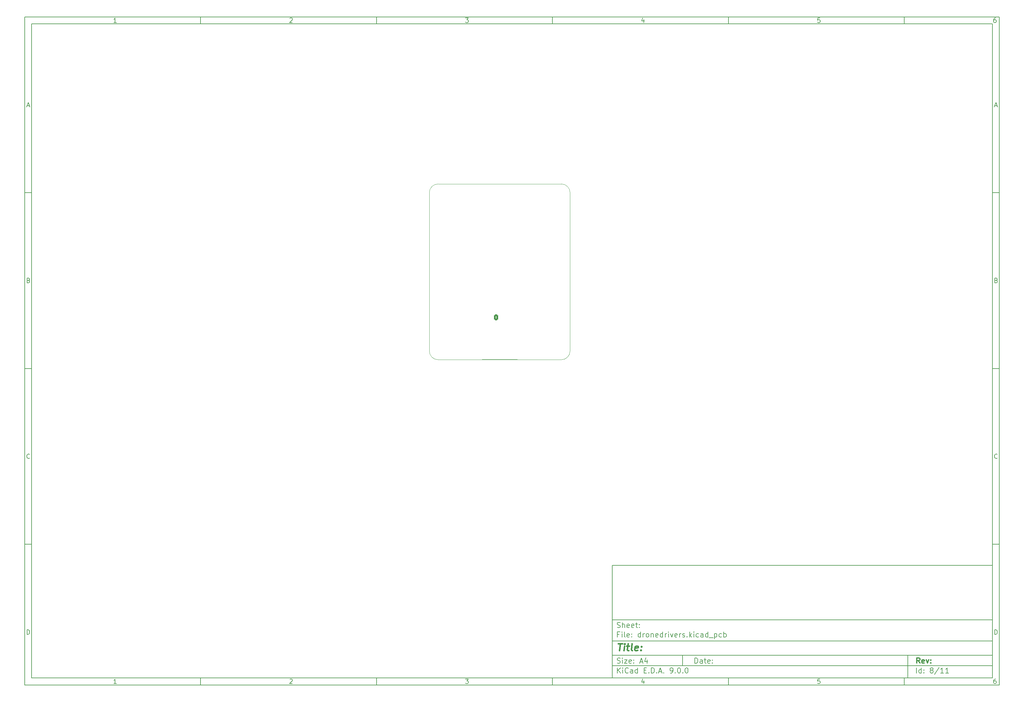
<source format=gbr>
%TF.GenerationSoftware,KiCad,Pcbnew,9.0.0*%
%TF.CreationDate,2025-03-29T01:57:50-05:00*%
%TF.ProjectId,dronedrivers,64726f6e-6564-4726-9976-6572732e6b69,rev?*%
%TF.SameCoordinates,Original*%
%TF.FileFunction,Legend,Bot*%
%TF.FilePolarity,Positive*%
%FSLAX46Y46*%
G04 Gerber Fmt 4.6, Leading zero omitted, Abs format (unit mm)*
G04 Created by KiCad (PCBNEW 9.0.0) date 2025-03-29 01:57:50*
%MOMM*%
%LPD*%
G01*
G04 APERTURE LIST*
G04 Aperture macros list*
%AMRoundRect*
0 Rectangle with rounded corners*
0 $1 Rounding radius*
0 $2 $3 $4 $5 $6 $7 $8 $9 X,Y pos of 4 corners*
0 Add a 4 corners polygon primitive as box body*
4,1,4,$2,$3,$4,$5,$6,$7,$8,$9,$2,$3,0*
0 Add four circle primitives for the rounded corners*
1,1,$1+$1,$2,$3*
1,1,$1+$1,$4,$5*
1,1,$1+$1,$6,$7*
1,1,$1+$1,$8,$9*
0 Add four rect primitives between the rounded corners*
20,1,$1+$1,$2,$3,$4,$5,0*
20,1,$1+$1,$4,$5,$6,$7,0*
20,1,$1+$1,$6,$7,$8,$9,0*
20,1,$1+$1,$8,$9,$2,$3,0*%
G04 Aperture macros list end*
%ADD10C,0.100000*%
%ADD11C,0.150000*%
%ADD12C,0.300000*%
%ADD13C,0.400000*%
%ADD14O,1.000000X1.800000*%
%ADD15O,1.000000X2.100000*%
%ADD16C,0.650000*%
%ADD17C,2.100000*%
%ADD18R,1.700000X1.700000*%
%ADD19O,1.700000X1.700000*%
%ADD20O,1.200000X1.750000*%
%ADD21RoundRect,0.250000X-0.350000X-0.625000X0.350000X-0.625000X0.350000X0.625000X-0.350000X0.625000X0*%
%TA.AperFunction,Profile*%
%ADD22C,0.050000*%
%TD*%
G04 APERTURE END LIST*
D10*
D11*
X177002200Y-166007200D02*
X285002200Y-166007200D01*
X285002200Y-198007200D01*
X177002200Y-198007200D01*
X177002200Y-166007200D01*
D10*
D11*
X10000000Y-10000000D02*
X287002200Y-10000000D01*
X287002200Y-200007200D01*
X10000000Y-200007200D01*
X10000000Y-10000000D01*
D10*
D11*
X12000000Y-12000000D02*
X285002200Y-12000000D01*
X285002200Y-198007200D01*
X12000000Y-198007200D01*
X12000000Y-12000000D01*
D10*
D11*
X60000000Y-12000000D02*
X60000000Y-10000000D01*
D10*
D11*
X110000000Y-12000000D02*
X110000000Y-10000000D01*
D10*
D11*
X160000000Y-12000000D02*
X160000000Y-10000000D01*
D10*
D11*
X210000000Y-12000000D02*
X210000000Y-10000000D01*
D10*
D11*
X260000000Y-12000000D02*
X260000000Y-10000000D01*
D10*
D11*
X36089160Y-11593604D02*
X35346303Y-11593604D01*
X35717731Y-11593604D02*
X35717731Y-10293604D01*
X35717731Y-10293604D02*
X35593922Y-10479319D01*
X35593922Y-10479319D02*
X35470112Y-10603128D01*
X35470112Y-10603128D02*
X35346303Y-10665033D01*
D10*
D11*
X85346303Y-10417414D02*
X85408207Y-10355509D01*
X85408207Y-10355509D02*
X85532017Y-10293604D01*
X85532017Y-10293604D02*
X85841541Y-10293604D01*
X85841541Y-10293604D02*
X85965350Y-10355509D01*
X85965350Y-10355509D02*
X86027255Y-10417414D01*
X86027255Y-10417414D02*
X86089160Y-10541223D01*
X86089160Y-10541223D02*
X86089160Y-10665033D01*
X86089160Y-10665033D02*
X86027255Y-10850747D01*
X86027255Y-10850747D02*
X85284398Y-11593604D01*
X85284398Y-11593604D02*
X86089160Y-11593604D01*
D10*
D11*
X135284398Y-10293604D02*
X136089160Y-10293604D01*
X136089160Y-10293604D02*
X135655826Y-10788842D01*
X135655826Y-10788842D02*
X135841541Y-10788842D01*
X135841541Y-10788842D02*
X135965350Y-10850747D01*
X135965350Y-10850747D02*
X136027255Y-10912652D01*
X136027255Y-10912652D02*
X136089160Y-11036461D01*
X136089160Y-11036461D02*
X136089160Y-11345985D01*
X136089160Y-11345985D02*
X136027255Y-11469795D01*
X136027255Y-11469795D02*
X135965350Y-11531700D01*
X135965350Y-11531700D02*
X135841541Y-11593604D01*
X135841541Y-11593604D02*
X135470112Y-11593604D01*
X135470112Y-11593604D02*
X135346303Y-11531700D01*
X135346303Y-11531700D02*
X135284398Y-11469795D01*
D10*
D11*
X185965350Y-10726938D02*
X185965350Y-11593604D01*
X185655826Y-10231700D02*
X185346303Y-11160271D01*
X185346303Y-11160271D02*
X186151064Y-11160271D01*
D10*
D11*
X236027255Y-10293604D02*
X235408207Y-10293604D01*
X235408207Y-10293604D02*
X235346303Y-10912652D01*
X235346303Y-10912652D02*
X235408207Y-10850747D01*
X235408207Y-10850747D02*
X235532017Y-10788842D01*
X235532017Y-10788842D02*
X235841541Y-10788842D01*
X235841541Y-10788842D02*
X235965350Y-10850747D01*
X235965350Y-10850747D02*
X236027255Y-10912652D01*
X236027255Y-10912652D02*
X236089160Y-11036461D01*
X236089160Y-11036461D02*
X236089160Y-11345985D01*
X236089160Y-11345985D02*
X236027255Y-11469795D01*
X236027255Y-11469795D02*
X235965350Y-11531700D01*
X235965350Y-11531700D02*
X235841541Y-11593604D01*
X235841541Y-11593604D02*
X235532017Y-11593604D01*
X235532017Y-11593604D02*
X235408207Y-11531700D01*
X235408207Y-11531700D02*
X235346303Y-11469795D01*
D10*
D11*
X285965350Y-10293604D02*
X285717731Y-10293604D01*
X285717731Y-10293604D02*
X285593922Y-10355509D01*
X285593922Y-10355509D02*
X285532017Y-10417414D01*
X285532017Y-10417414D02*
X285408207Y-10603128D01*
X285408207Y-10603128D02*
X285346303Y-10850747D01*
X285346303Y-10850747D02*
X285346303Y-11345985D01*
X285346303Y-11345985D02*
X285408207Y-11469795D01*
X285408207Y-11469795D02*
X285470112Y-11531700D01*
X285470112Y-11531700D02*
X285593922Y-11593604D01*
X285593922Y-11593604D02*
X285841541Y-11593604D01*
X285841541Y-11593604D02*
X285965350Y-11531700D01*
X285965350Y-11531700D02*
X286027255Y-11469795D01*
X286027255Y-11469795D02*
X286089160Y-11345985D01*
X286089160Y-11345985D02*
X286089160Y-11036461D01*
X286089160Y-11036461D02*
X286027255Y-10912652D01*
X286027255Y-10912652D02*
X285965350Y-10850747D01*
X285965350Y-10850747D02*
X285841541Y-10788842D01*
X285841541Y-10788842D02*
X285593922Y-10788842D01*
X285593922Y-10788842D02*
X285470112Y-10850747D01*
X285470112Y-10850747D02*
X285408207Y-10912652D01*
X285408207Y-10912652D02*
X285346303Y-11036461D01*
D10*
D11*
X60000000Y-198007200D02*
X60000000Y-200007200D01*
D10*
D11*
X110000000Y-198007200D02*
X110000000Y-200007200D01*
D10*
D11*
X160000000Y-198007200D02*
X160000000Y-200007200D01*
D10*
D11*
X210000000Y-198007200D02*
X210000000Y-200007200D01*
D10*
D11*
X260000000Y-198007200D02*
X260000000Y-200007200D01*
D10*
D11*
X36089160Y-199600804D02*
X35346303Y-199600804D01*
X35717731Y-199600804D02*
X35717731Y-198300804D01*
X35717731Y-198300804D02*
X35593922Y-198486519D01*
X35593922Y-198486519D02*
X35470112Y-198610328D01*
X35470112Y-198610328D02*
X35346303Y-198672233D01*
D10*
D11*
X85346303Y-198424614D02*
X85408207Y-198362709D01*
X85408207Y-198362709D02*
X85532017Y-198300804D01*
X85532017Y-198300804D02*
X85841541Y-198300804D01*
X85841541Y-198300804D02*
X85965350Y-198362709D01*
X85965350Y-198362709D02*
X86027255Y-198424614D01*
X86027255Y-198424614D02*
X86089160Y-198548423D01*
X86089160Y-198548423D02*
X86089160Y-198672233D01*
X86089160Y-198672233D02*
X86027255Y-198857947D01*
X86027255Y-198857947D02*
X85284398Y-199600804D01*
X85284398Y-199600804D02*
X86089160Y-199600804D01*
D10*
D11*
X135284398Y-198300804D02*
X136089160Y-198300804D01*
X136089160Y-198300804D02*
X135655826Y-198796042D01*
X135655826Y-198796042D02*
X135841541Y-198796042D01*
X135841541Y-198796042D02*
X135965350Y-198857947D01*
X135965350Y-198857947D02*
X136027255Y-198919852D01*
X136027255Y-198919852D02*
X136089160Y-199043661D01*
X136089160Y-199043661D02*
X136089160Y-199353185D01*
X136089160Y-199353185D02*
X136027255Y-199476995D01*
X136027255Y-199476995D02*
X135965350Y-199538900D01*
X135965350Y-199538900D02*
X135841541Y-199600804D01*
X135841541Y-199600804D02*
X135470112Y-199600804D01*
X135470112Y-199600804D02*
X135346303Y-199538900D01*
X135346303Y-199538900D02*
X135284398Y-199476995D01*
D10*
D11*
X185965350Y-198734138D02*
X185965350Y-199600804D01*
X185655826Y-198238900D02*
X185346303Y-199167471D01*
X185346303Y-199167471D02*
X186151064Y-199167471D01*
D10*
D11*
X236027255Y-198300804D02*
X235408207Y-198300804D01*
X235408207Y-198300804D02*
X235346303Y-198919852D01*
X235346303Y-198919852D02*
X235408207Y-198857947D01*
X235408207Y-198857947D02*
X235532017Y-198796042D01*
X235532017Y-198796042D02*
X235841541Y-198796042D01*
X235841541Y-198796042D02*
X235965350Y-198857947D01*
X235965350Y-198857947D02*
X236027255Y-198919852D01*
X236027255Y-198919852D02*
X236089160Y-199043661D01*
X236089160Y-199043661D02*
X236089160Y-199353185D01*
X236089160Y-199353185D02*
X236027255Y-199476995D01*
X236027255Y-199476995D02*
X235965350Y-199538900D01*
X235965350Y-199538900D02*
X235841541Y-199600804D01*
X235841541Y-199600804D02*
X235532017Y-199600804D01*
X235532017Y-199600804D02*
X235408207Y-199538900D01*
X235408207Y-199538900D02*
X235346303Y-199476995D01*
D10*
D11*
X285965350Y-198300804D02*
X285717731Y-198300804D01*
X285717731Y-198300804D02*
X285593922Y-198362709D01*
X285593922Y-198362709D02*
X285532017Y-198424614D01*
X285532017Y-198424614D02*
X285408207Y-198610328D01*
X285408207Y-198610328D02*
X285346303Y-198857947D01*
X285346303Y-198857947D02*
X285346303Y-199353185D01*
X285346303Y-199353185D02*
X285408207Y-199476995D01*
X285408207Y-199476995D02*
X285470112Y-199538900D01*
X285470112Y-199538900D02*
X285593922Y-199600804D01*
X285593922Y-199600804D02*
X285841541Y-199600804D01*
X285841541Y-199600804D02*
X285965350Y-199538900D01*
X285965350Y-199538900D02*
X286027255Y-199476995D01*
X286027255Y-199476995D02*
X286089160Y-199353185D01*
X286089160Y-199353185D02*
X286089160Y-199043661D01*
X286089160Y-199043661D02*
X286027255Y-198919852D01*
X286027255Y-198919852D02*
X285965350Y-198857947D01*
X285965350Y-198857947D02*
X285841541Y-198796042D01*
X285841541Y-198796042D02*
X285593922Y-198796042D01*
X285593922Y-198796042D02*
X285470112Y-198857947D01*
X285470112Y-198857947D02*
X285408207Y-198919852D01*
X285408207Y-198919852D02*
X285346303Y-199043661D01*
D10*
D11*
X10000000Y-60000000D02*
X12000000Y-60000000D01*
D10*
D11*
X10000000Y-110000000D02*
X12000000Y-110000000D01*
D10*
D11*
X10000000Y-160000000D02*
X12000000Y-160000000D01*
D10*
D11*
X10690476Y-35222176D02*
X11309523Y-35222176D01*
X10566666Y-35593604D02*
X10999999Y-34293604D01*
X10999999Y-34293604D02*
X11433333Y-35593604D01*
D10*
D11*
X11092857Y-84912652D02*
X11278571Y-84974557D01*
X11278571Y-84974557D02*
X11340476Y-85036461D01*
X11340476Y-85036461D02*
X11402380Y-85160271D01*
X11402380Y-85160271D02*
X11402380Y-85345985D01*
X11402380Y-85345985D02*
X11340476Y-85469795D01*
X11340476Y-85469795D02*
X11278571Y-85531700D01*
X11278571Y-85531700D02*
X11154761Y-85593604D01*
X11154761Y-85593604D02*
X10659523Y-85593604D01*
X10659523Y-85593604D02*
X10659523Y-84293604D01*
X10659523Y-84293604D02*
X11092857Y-84293604D01*
X11092857Y-84293604D02*
X11216666Y-84355509D01*
X11216666Y-84355509D02*
X11278571Y-84417414D01*
X11278571Y-84417414D02*
X11340476Y-84541223D01*
X11340476Y-84541223D02*
X11340476Y-84665033D01*
X11340476Y-84665033D02*
X11278571Y-84788842D01*
X11278571Y-84788842D02*
X11216666Y-84850747D01*
X11216666Y-84850747D02*
X11092857Y-84912652D01*
X11092857Y-84912652D02*
X10659523Y-84912652D01*
D10*
D11*
X11402380Y-135469795D02*
X11340476Y-135531700D01*
X11340476Y-135531700D02*
X11154761Y-135593604D01*
X11154761Y-135593604D02*
X11030952Y-135593604D01*
X11030952Y-135593604D02*
X10845238Y-135531700D01*
X10845238Y-135531700D02*
X10721428Y-135407890D01*
X10721428Y-135407890D02*
X10659523Y-135284080D01*
X10659523Y-135284080D02*
X10597619Y-135036461D01*
X10597619Y-135036461D02*
X10597619Y-134850747D01*
X10597619Y-134850747D02*
X10659523Y-134603128D01*
X10659523Y-134603128D02*
X10721428Y-134479319D01*
X10721428Y-134479319D02*
X10845238Y-134355509D01*
X10845238Y-134355509D02*
X11030952Y-134293604D01*
X11030952Y-134293604D02*
X11154761Y-134293604D01*
X11154761Y-134293604D02*
X11340476Y-134355509D01*
X11340476Y-134355509D02*
X11402380Y-134417414D01*
D10*
D11*
X10659523Y-185593604D02*
X10659523Y-184293604D01*
X10659523Y-184293604D02*
X10969047Y-184293604D01*
X10969047Y-184293604D02*
X11154761Y-184355509D01*
X11154761Y-184355509D02*
X11278571Y-184479319D01*
X11278571Y-184479319D02*
X11340476Y-184603128D01*
X11340476Y-184603128D02*
X11402380Y-184850747D01*
X11402380Y-184850747D02*
X11402380Y-185036461D01*
X11402380Y-185036461D02*
X11340476Y-185284080D01*
X11340476Y-185284080D02*
X11278571Y-185407890D01*
X11278571Y-185407890D02*
X11154761Y-185531700D01*
X11154761Y-185531700D02*
X10969047Y-185593604D01*
X10969047Y-185593604D02*
X10659523Y-185593604D01*
D10*
D11*
X287002200Y-60000000D02*
X285002200Y-60000000D01*
D10*
D11*
X287002200Y-110000000D02*
X285002200Y-110000000D01*
D10*
D11*
X287002200Y-160000000D02*
X285002200Y-160000000D01*
D10*
D11*
X285692676Y-35222176D02*
X286311723Y-35222176D01*
X285568866Y-35593604D02*
X286002199Y-34293604D01*
X286002199Y-34293604D02*
X286435533Y-35593604D01*
D10*
D11*
X286095057Y-84912652D02*
X286280771Y-84974557D01*
X286280771Y-84974557D02*
X286342676Y-85036461D01*
X286342676Y-85036461D02*
X286404580Y-85160271D01*
X286404580Y-85160271D02*
X286404580Y-85345985D01*
X286404580Y-85345985D02*
X286342676Y-85469795D01*
X286342676Y-85469795D02*
X286280771Y-85531700D01*
X286280771Y-85531700D02*
X286156961Y-85593604D01*
X286156961Y-85593604D02*
X285661723Y-85593604D01*
X285661723Y-85593604D02*
X285661723Y-84293604D01*
X285661723Y-84293604D02*
X286095057Y-84293604D01*
X286095057Y-84293604D02*
X286218866Y-84355509D01*
X286218866Y-84355509D02*
X286280771Y-84417414D01*
X286280771Y-84417414D02*
X286342676Y-84541223D01*
X286342676Y-84541223D02*
X286342676Y-84665033D01*
X286342676Y-84665033D02*
X286280771Y-84788842D01*
X286280771Y-84788842D02*
X286218866Y-84850747D01*
X286218866Y-84850747D02*
X286095057Y-84912652D01*
X286095057Y-84912652D02*
X285661723Y-84912652D01*
D10*
D11*
X286404580Y-135469795D02*
X286342676Y-135531700D01*
X286342676Y-135531700D02*
X286156961Y-135593604D01*
X286156961Y-135593604D02*
X286033152Y-135593604D01*
X286033152Y-135593604D02*
X285847438Y-135531700D01*
X285847438Y-135531700D02*
X285723628Y-135407890D01*
X285723628Y-135407890D02*
X285661723Y-135284080D01*
X285661723Y-135284080D02*
X285599819Y-135036461D01*
X285599819Y-135036461D02*
X285599819Y-134850747D01*
X285599819Y-134850747D02*
X285661723Y-134603128D01*
X285661723Y-134603128D02*
X285723628Y-134479319D01*
X285723628Y-134479319D02*
X285847438Y-134355509D01*
X285847438Y-134355509D02*
X286033152Y-134293604D01*
X286033152Y-134293604D02*
X286156961Y-134293604D01*
X286156961Y-134293604D02*
X286342676Y-134355509D01*
X286342676Y-134355509D02*
X286404580Y-134417414D01*
D10*
D11*
X285661723Y-185593604D02*
X285661723Y-184293604D01*
X285661723Y-184293604D02*
X285971247Y-184293604D01*
X285971247Y-184293604D02*
X286156961Y-184355509D01*
X286156961Y-184355509D02*
X286280771Y-184479319D01*
X286280771Y-184479319D02*
X286342676Y-184603128D01*
X286342676Y-184603128D02*
X286404580Y-184850747D01*
X286404580Y-184850747D02*
X286404580Y-185036461D01*
X286404580Y-185036461D02*
X286342676Y-185284080D01*
X286342676Y-185284080D02*
X286280771Y-185407890D01*
X286280771Y-185407890D02*
X286156961Y-185531700D01*
X286156961Y-185531700D02*
X285971247Y-185593604D01*
X285971247Y-185593604D02*
X285661723Y-185593604D01*
D10*
D11*
X200458026Y-193793328D02*
X200458026Y-192293328D01*
X200458026Y-192293328D02*
X200815169Y-192293328D01*
X200815169Y-192293328D02*
X201029455Y-192364757D01*
X201029455Y-192364757D02*
X201172312Y-192507614D01*
X201172312Y-192507614D02*
X201243741Y-192650471D01*
X201243741Y-192650471D02*
X201315169Y-192936185D01*
X201315169Y-192936185D02*
X201315169Y-193150471D01*
X201315169Y-193150471D02*
X201243741Y-193436185D01*
X201243741Y-193436185D02*
X201172312Y-193579042D01*
X201172312Y-193579042D02*
X201029455Y-193721900D01*
X201029455Y-193721900D02*
X200815169Y-193793328D01*
X200815169Y-193793328D02*
X200458026Y-193793328D01*
X202600884Y-193793328D02*
X202600884Y-193007614D01*
X202600884Y-193007614D02*
X202529455Y-192864757D01*
X202529455Y-192864757D02*
X202386598Y-192793328D01*
X202386598Y-192793328D02*
X202100884Y-192793328D01*
X202100884Y-192793328D02*
X201958026Y-192864757D01*
X202600884Y-193721900D02*
X202458026Y-193793328D01*
X202458026Y-193793328D02*
X202100884Y-193793328D01*
X202100884Y-193793328D02*
X201958026Y-193721900D01*
X201958026Y-193721900D02*
X201886598Y-193579042D01*
X201886598Y-193579042D02*
X201886598Y-193436185D01*
X201886598Y-193436185D02*
X201958026Y-193293328D01*
X201958026Y-193293328D02*
X202100884Y-193221900D01*
X202100884Y-193221900D02*
X202458026Y-193221900D01*
X202458026Y-193221900D02*
X202600884Y-193150471D01*
X203100884Y-192793328D02*
X203672312Y-192793328D01*
X203315169Y-192293328D02*
X203315169Y-193579042D01*
X203315169Y-193579042D02*
X203386598Y-193721900D01*
X203386598Y-193721900D02*
X203529455Y-193793328D01*
X203529455Y-193793328D02*
X203672312Y-193793328D01*
X204743741Y-193721900D02*
X204600884Y-193793328D01*
X204600884Y-193793328D02*
X204315170Y-193793328D01*
X204315170Y-193793328D02*
X204172312Y-193721900D01*
X204172312Y-193721900D02*
X204100884Y-193579042D01*
X204100884Y-193579042D02*
X204100884Y-193007614D01*
X204100884Y-193007614D02*
X204172312Y-192864757D01*
X204172312Y-192864757D02*
X204315170Y-192793328D01*
X204315170Y-192793328D02*
X204600884Y-192793328D01*
X204600884Y-192793328D02*
X204743741Y-192864757D01*
X204743741Y-192864757D02*
X204815170Y-193007614D01*
X204815170Y-193007614D02*
X204815170Y-193150471D01*
X204815170Y-193150471D02*
X204100884Y-193293328D01*
X205458026Y-193650471D02*
X205529455Y-193721900D01*
X205529455Y-193721900D02*
X205458026Y-193793328D01*
X205458026Y-193793328D02*
X205386598Y-193721900D01*
X205386598Y-193721900D02*
X205458026Y-193650471D01*
X205458026Y-193650471D02*
X205458026Y-193793328D01*
X205458026Y-192864757D02*
X205529455Y-192936185D01*
X205529455Y-192936185D02*
X205458026Y-193007614D01*
X205458026Y-193007614D02*
X205386598Y-192936185D01*
X205386598Y-192936185D02*
X205458026Y-192864757D01*
X205458026Y-192864757D02*
X205458026Y-193007614D01*
D10*
D11*
X177002200Y-194507200D02*
X285002200Y-194507200D01*
D10*
D11*
X178458026Y-196593328D02*
X178458026Y-195093328D01*
X179315169Y-196593328D02*
X178672312Y-195736185D01*
X179315169Y-195093328D02*
X178458026Y-195950471D01*
X179958026Y-196593328D02*
X179958026Y-195593328D01*
X179958026Y-195093328D02*
X179886598Y-195164757D01*
X179886598Y-195164757D02*
X179958026Y-195236185D01*
X179958026Y-195236185D02*
X180029455Y-195164757D01*
X180029455Y-195164757D02*
X179958026Y-195093328D01*
X179958026Y-195093328D02*
X179958026Y-195236185D01*
X181529455Y-196450471D02*
X181458027Y-196521900D01*
X181458027Y-196521900D02*
X181243741Y-196593328D01*
X181243741Y-196593328D02*
X181100884Y-196593328D01*
X181100884Y-196593328D02*
X180886598Y-196521900D01*
X180886598Y-196521900D02*
X180743741Y-196379042D01*
X180743741Y-196379042D02*
X180672312Y-196236185D01*
X180672312Y-196236185D02*
X180600884Y-195950471D01*
X180600884Y-195950471D02*
X180600884Y-195736185D01*
X180600884Y-195736185D02*
X180672312Y-195450471D01*
X180672312Y-195450471D02*
X180743741Y-195307614D01*
X180743741Y-195307614D02*
X180886598Y-195164757D01*
X180886598Y-195164757D02*
X181100884Y-195093328D01*
X181100884Y-195093328D02*
X181243741Y-195093328D01*
X181243741Y-195093328D02*
X181458027Y-195164757D01*
X181458027Y-195164757D02*
X181529455Y-195236185D01*
X182815170Y-196593328D02*
X182815170Y-195807614D01*
X182815170Y-195807614D02*
X182743741Y-195664757D01*
X182743741Y-195664757D02*
X182600884Y-195593328D01*
X182600884Y-195593328D02*
X182315170Y-195593328D01*
X182315170Y-195593328D02*
X182172312Y-195664757D01*
X182815170Y-196521900D02*
X182672312Y-196593328D01*
X182672312Y-196593328D02*
X182315170Y-196593328D01*
X182315170Y-196593328D02*
X182172312Y-196521900D01*
X182172312Y-196521900D02*
X182100884Y-196379042D01*
X182100884Y-196379042D02*
X182100884Y-196236185D01*
X182100884Y-196236185D02*
X182172312Y-196093328D01*
X182172312Y-196093328D02*
X182315170Y-196021900D01*
X182315170Y-196021900D02*
X182672312Y-196021900D01*
X182672312Y-196021900D02*
X182815170Y-195950471D01*
X184172313Y-196593328D02*
X184172313Y-195093328D01*
X184172313Y-196521900D02*
X184029455Y-196593328D01*
X184029455Y-196593328D02*
X183743741Y-196593328D01*
X183743741Y-196593328D02*
X183600884Y-196521900D01*
X183600884Y-196521900D02*
X183529455Y-196450471D01*
X183529455Y-196450471D02*
X183458027Y-196307614D01*
X183458027Y-196307614D02*
X183458027Y-195879042D01*
X183458027Y-195879042D02*
X183529455Y-195736185D01*
X183529455Y-195736185D02*
X183600884Y-195664757D01*
X183600884Y-195664757D02*
X183743741Y-195593328D01*
X183743741Y-195593328D02*
X184029455Y-195593328D01*
X184029455Y-195593328D02*
X184172313Y-195664757D01*
X186029455Y-195807614D02*
X186529455Y-195807614D01*
X186743741Y-196593328D02*
X186029455Y-196593328D01*
X186029455Y-196593328D02*
X186029455Y-195093328D01*
X186029455Y-195093328D02*
X186743741Y-195093328D01*
X187386598Y-196450471D02*
X187458027Y-196521900D01*
X187458027Y-196521900D02*
X187386598Y-196593328D01*
X187386598Y-196593328D02*
X187315170Y-196521900D01*
X187315170Y-196521900D02*
X187386598Y-196450471D01*
X187386598Y-196450471D02*
X187386598Y-196593328D01*
X188100884Y-196593328D02*
X188100884Y-195093328D01*
X188100884Y-195093328D02*
X188458027Y-195093328D01*
X188458027Y-195093328D02*
X188672313Y-195164757D01*
X188672313Y-195164757D02*
X188815170Y-195307614D01*
X188815170Y-195307614D02*
X188886599Y-195450471D01*
X188886599Y-195450471D02*
X188958027Y-195736185D01*
X188958027Y-195736185D02*
X188958027Y-195950471D01*
X188958027Y-195950471D02*
X188886599Y-196236185D01*
X188886599Y-196236185D02*
X188815170Y-196379042D01*
X188815170Y-196379042D02*
X188672313Y-196521900D01*
X188672313Y-196521900D02*
X188458027Y-196593328D01*
X188458027Y-196593328D02*
X188100884Y-196593328D01*
X189600884Y-196450471D02*
X189672313Y-196521900D01*
X189672313Y-196521900D02*
X189600884Y-196593328D01*
X189600884Y-196593328D02*
X189529456Y-196521900D01*
X189529456Y-196521900D02*
X189600884Y-196450471D01*
X189600884Y-196450471D02*
X189600884Y-196593328D01*
X190243742Y-196164757D02*
X190958028Y-196164757D01*
X190100885Y-196593328D02*
X190600885Y-195093328D01*
X190600885Y-195093328D02*
X191100885Y-196593328D01*
X191600884Y-196450471D02*
X191672313Y-196521900D01*
X191672313Y-196521900D02*
X191600884Y-196593328D01*
X191600884Y-196593328D02*
X191529456Y-196521900D01*
X191529456Y-196521900D02*
X191600884Y-196450471D01*
X191600884Y-196450471D02*
X191600884Y-196593328D01*
X193529456Y-196593328D02*
X193815170Y-196593328D01*
X193815170Y-196593328D02*
X193958027Y-196521900D01*
X193958027Y-196521900D02*
X194029456Y-196450471D01*
X194029456Y-196450471D02*
X194172313Y-196236185D01*
X194172313Y-196236185D02*
X194243742Y-195950471D01*
X194243742Y-195950471D02*
X194243742Y-195379042D01*
X194243742Y-195379042D02*
X194172313Y-195236185D01*
X194172313Y-195236185D02*
X194100885Y-195164757D01*
X194100885Y-195164757D02*
X193958027Y-195093328D01*
X193958027Y-195093328D02*
X193672313Y-195093328D01*
X193672313Y-195093328D02*
X193529456Y-195164757D01*
X193529456Y-195164757D02*
X193458027Y-195236185D01*
X193458027Y-195236185D02*
X193386599Y-195379042D01*
X193386599Y-195379042D02*
X193386599Y-195736185D01*
X193386599Y-195736185D02*
X193458027Y-195879042D01*
X193458027Y-195879042D02*
X193529456Y-195950471D01*
X193529456Y-195950471D02*
X193672313Y-196021900D01*
X193672313Y-196021900D02*
X193958027Y-196021900D01*
X193958027Y-196021900D02*
X194100885Y-195950471D01*
X194100885Y-195950471D02*
X194172313Y-195879042D01*
X194172313Y-195879042D02*
X194243742Y-195736185D01*
X194886598Y-196450471D02*
X194958027Y-196521900D01*
X194958027Y-196521900D02*
X194886598Y-196593328D01*
X194886598Y-196593328D02*
X194815170Y-196521900D01*
X194815170Y-196521900D02*
X194886598Y-196450471D01*
X194886598Y-196450471D02*
X194886598Y-196593328D01*
X195886599Y-195093328D02*
X196029456Y-195093328D01*
X196029456Y-195093328D02*
X196172313Y-195164757D01*
X196172313Y-195164757D02*
X196243742Y-195236185D01*
X196243742Y-195236185D02*
X196315170Y-195379042D01*
X196315170Y-195379042D02*
X196386599Y-195664757D01*
X196386599Y-195664757D02*
X196386599Y-196021900D01*
X196386599Y-196021900D02*
X196315170Y-196307614D01*
X196315170Y-196307614D02*
X196243742Y-196450471D01*
X196243742Y-196450471D02*
X196172313Y-196521900D01*
X196172313Y-196521900D02*
X196029456Y-196593328D01*
X196029456Y-196593328D02*
X195886599Y-196593328D01*
X195886599Y-196593328D02*
X195743742Y-196521900D01*
X195743742Y-196521900D02*
X195672313Y-196450471D01*
X195672313Y-196450471D02*
X195600884Y-196307614D01*
X195600884Y-196307614D02*
X195529456Y-196021900D01*
X195529456Y-196021900D02*
X195529456Y-195664757D01*
X195529456Y-195664757D02*
X195600884Y-195379042D01*
X195600884Y-195379042D02*
X195672313Y-195236185D01*
X195672313Y-195236185D02*
X195743742Y-195164757D01*
X195743742Y-195164757D02*
X195886599Y-195093328D01*
X197029455Y-196450471D02*
X197100884Y-196521900D01*
X197100884Y-196521900D02*
X197029455Y-196593328D01*
X197029455Y-196593328D02*
X196958027Y-196521900D01*
X196958027Y-196521900D02*
X197029455Y-196450471D01*
X197029455Y-196450471D02*
X197029455Y-196593328D01*
X198029456Y-195093328D02*
X198172313Y-195093328D01*
X198172313Y-195093328D02*
X198315170Y-195164757D01*
X198315170Y-195164757D02*
X198386599Y-195236185D01*
X198386599Y-195236185D02*
X198458027Y-195379042D01*
X198458027Y-195379042D02*
X198529456Y-195664757D01*
X198529456Y-195664757D02*
X198529456Y-196021900D01*
X198529456Y-196021900D02*
X198458027Y-196307614D01*
X198458027Y-196307614D02*
X198386599Y-196450471D01*
X198386599Y-196450471D02*
X198315170Y-196521900D01*
X198315170Y-196521900D02*
X198172313Y-196593328D01*
X198172313Y-196593328D02*
X198029456Y-196593328D01*
X198029456Y-196593328D02*
X197886599Y-196521900D01*
X197886599Y-196521900D02*
X197815170Y-196450471D01*
X197815170Y-196450471D02*
X197743741Y-196307614D01*
X197743741Y-196307614D02*
X197672313Y-196021900D01*
X197672313Y-196021900D02*
X197672313Y-195664757D01*
X197672313Y-195664757D02*
X197743741Y-195379042D01*
X197743741Y-195379042D02*
X197815170Y-195236185D01*
X197815170Y-195236185D02*
X197886599Y-195164757D01*
X197886599Y-195164757D02*
X198029456Y-195093328D01*
D10*
D11*
X177002200Y-191507200D02*
X285002200Y-191507200D01*
D10*
D12*
X264413853Y-193785528D02*
X263913853Y-193071242D01*
X263556710Y-193785528D02*
X263556710Y-192285528D01*
X263556710Y-192285528D02*
X264128139Y-192285528D01*
X264128139Y-192285528D02*
X264270996Y-192356957D01*
X264270996Y-192356957D02*
X264342425Y-192428385D01*
X264342425Y-192428385D02*
X264413853Y-192571242D01*
X264413853Y-192571242D02*
X264413853Y-192785528D01*
X264413853Y-192785528D02*
X264342425Y-192928385D01*
X264342425Y-192928385D02*
X264270996Y-192999814D01*
X264270996Y-192999814D02*
X264128139Y-193071242D01*
X264128139Y-193071242D02*
X263556710Y-193071242D01*
X265628139Y-193714100D02*
X265485282Y-193785528D01*
X265485282Y-193785528D02*
X265199568Y-193785528D01*
X265199568Y-193785528D02*
X265056710Y-193714100D01*
X265056710Y-193714100D02*
X264985282Y-193571242D01*
X264985282Y-193571242D02*
X264985282Y-192999814D01*
X264985282Y-192999814D02*
X265056710Y-192856957D01*
X265056710Y-192856957D02*
X265199568Y-192785528D01*
X265199568Y-192785528D02*
X265485282Y-192785528D01*
X265485282Y-192785528D02*
X265628139Y-192856957D01*
X265628139Y-192856957D02*
X265699568Y-192999814D01*
X265699568Y-192999814D02*
X265699568Y-193142671D01*
X265699568Y-193142671D02*
X264985282Y-193285528D01*
X266199567Y-192785528D02*
X266556710Y-193785528D01*
X266556710Y-193785528D02*
X266913853Y-192785528D01*
X267485281Y-193642671D02*
X267556710Y-193714100D01*
X267556710Y-193714100D02*
X267485281Y-193785528D01*
X267485281Y-193785528D02*
X267413853Y-193714100D01*
X267413853Y-193714100D02*
X267485281Y-193642671D01*
X267485281Y-193642671D02*
X267485281Y-193785528D01*
X267485281Y-192856957D02*
X267556710Y-192928385D01*
X267556710Y-192928385D02*
X267485281Y-192999814D01*
X267485281Y-192999814D02*
X267413853Y-192928385D01*
X267413853Y-192928385D02*
X267485281Y-192856957D01*
X267485281Y-192856957D02*
X267485281Y-192999814D01*
D10*
D11*
X178386598Y-193721900D02*
X178600884Y-193793328D01*
X178600884Y-193793328D02*
X178958026Y-193793328D01*
X178958026Y-193793328D02*
X179100884Y-193721900D01*
X179100884Y-193721900D02*
X179172312Y-193650471D01*
X179172312Y-193650471D02*
X179243741Y-193507614D01*
X179243741Y-193507614D02*
X179243741Y-193364757D01*
X179243741Y-193364757D02*
X179172312Y-193221900D01*
X179172312Y-193221900D02*
X179100884Y-193150471D01*
X179100884Y-193150471D02*
X178958026Y-193079042D01*
X178958026Y-193079042D02*
X178672312Y-193007614D01*
X178672312Y-193007614D02*
X178529455Y-192936185D01*
X178529455Y-192936185D02*
X178458026Y-192864757D01*
X178458026Y-192864757D02*
X178386598Y-192721900D01*
X178386598Y-192721900D02*
X178386598Y-192579042D01*
X178386598Y-192579042D02*
X178458026Y-192436185D01*
X178458026Y-192436185D02*
X178529455Y-192364757D01*
X178529455Y-192364757D02*
X178672312Y-192293328D01*
X178672312Y-192293328D02*
X179029455Y-192293328D01*
X179029455Y-192293328D02*
X179243741Y-192364757D01*
X179886597Y-193793328D02*
X179886597Y-192793328D01*
X179886597Y-192293328D02*
X179815169Y-192364757D01*
X179815169Y-192364757D02*
X179886597Y-192436185D01*
X179886597Y-192436185D02*
X179958026Y-192364757D01*
X179958026Y-192364757D02*
X179886597Y-192293328D01*
X179886597Y-192293328D02*
X179886597Y-192436185D01*
X180458026Y-192793328D02*
X181243741Y-192793328D01*
X181243741Y-192793328D02*
X180458026Y-193793328D01*
X180458026Y-193793328D02*
X181243741Y-193793328D01*
X182386598Y-193721900D02*
X182243741Y-193793328D01*
X182243741Y-193793328D02*
X181958027Y-193793328D01*
X181958027Y-193793328D02*
X181815169Y-193721900D01*
X181815169Y-193721900D02*
X181743741Y-193579042D01*
X181743741Y-193579042D02*
X181743741Y-193007614D01*
X181743741Y-193007614D02*
X181815169Y-192864757D01*
X181815169Y-192864757D02*
X181958027Y-192793328D01*
X181958027Y-192793328D02*
X182243741Y-192793328D01*
X182243741Y-192793328D02*
X182386598Y-192864757D01*
X182386598Y-192864757D02*
X182458027Y-193007614D01*
X182458027Y-193007614D02*
X182458027Y-193150471D01*
X182458027Y-193150471D02*
X181743741Y-193293328D01*
X183100883Y-193650471D02*
X183172312Y-193721900D01*
X183172312Y-193721900D02*
X183100883Y-193793328D01*
X183100883Y-193793328D02*
X183029455Y-193721900D01*
X183029455Y-193721900D02*
X183100883Y-193650471D01*
X183100883Y-193650471D02*
X183100883Y-193793328D01*
X183100883Y-192864757D02*
X183172312Y-192936185D01*
X183172312Y-192936185D02*
X183100883Y-193007614D01*
X183100883Y-193007614D02*
X183029455Y-192936185D01*
X183029455Y-192936185D02*
X183100883Y-192864757D01*
X183100883Y-192864757D02*
X183100883Y-193007614D01*
X184886598Y-193364757D02*
X185600884Y-193364757D01*
X184743741Y-193793328D02*
X185243741Y-192293328D01*
X185243741Y-192293328D02*
X185743741Y-193793328D01*
X186886598Y-192793328D02*
X186886598Y-193793328D01*
X186529455Y-192221900D02*
X186172312Y-193293328D01*
X186172312Y-193293328D02*
X187100883Y-193293328D01*
D10*
D11*
X263458026Y-196593328D02*
X263458026Y-195093328D01*
X264815170Y-196593328D02*
X264815170Y-195093328D01*
X264815170Y-196521900D02*
X264672312Y-196593328D01*
X264672312Y-196593328D02*
X264386598Y-196593328D01*
X264386598Y-196593328D02*
X264243741Y-196521900D01*
X264243741Y-196521900D02*
X264172312Y-196450471D01*
X264172312Y-196450471D02*
X264100884Y-196307614D01*
X264100884Y-196307614D02*
X264100884Y-195879042D01*
X264100884Y-195879042D02*
X264172312Y-195736185D01*
X264172312Y-195736185D02*
X264243741Y-195664757D01*
X264243741Y-195664757D02*
X264386598Y-195593328D01*
X264386598Y-195593328D02*
X264672312Y-195593328D01*
X264672312Y-195593328D02*
X264815170Y-195664757D01*
X265529455Y-196450471D02*
X265600884Y-196521900D01*
X265600884Y-196521900D02*
X265529455Y-196593328D01*
X265529455Y-196593328D02*
X265458027Y-196521900D01*
X265458027Y-196521900D02*
X265529455Y-196450471D01*
X265529455Y-196450471D02*
X265529455Y-196593328D01*
X265529455Y-195664757D02*
X265600884Y-195736185D01*
X265600884Y-195736185D02*
X265529455Y-195807614D01*
X265529455Y-195807614D02*
X265458027Y-195736185D01*
X265458027Y-195736185D02*
X265529455Y-195664757D01*
X265529455Y-195664757D02*
X265529455Y-195807614D01*
X267600884Y-195736185D02*
X267458027Y-195664757D01*
X267458027Y-195664757D02*
X267386598Y-195593328D01*
X267386598Y-195593328D02*
X267315170Y-195450471D01*
X267315170Y-195450471D02*
X267315170Y-195379042D01*
X267315170Y-195379042D02*
X267386598Y-195236185D01*
X267386598Y-195236185D02*
X267458027Y-195164757D01*
X267458027Y-195164757D02*
X267600884Y-195093328D01*
X267600884Y-195093328D02*
X267886598Y-195093328D01*
X267886598Y-195093328D02*
X268029456Y-195164757D01*
X268029456Y-195164757D02*
X268100884Y-195236185D01*
X268100884Y-195236185D02*
X268172313Y-195379042D01*
X268172313Y-195379042D02*
X268172313Y-195450471D01*
X268172313Y-195450471D02*
X268100884Y-195593328D01*
X268100884Y-195593328D02*
X268029456Y-195664757D01*
X268029456Y-195664757D02*
X267886598Y-195736185D01*
X267886598Y-195736185D02*
X267600884Y-195736185D01*
X267600884Y-195736185D02*
X267458027Y-195807614D01*
X267458027Y-195807614D02*
X267386598Y-195879042D01*
X267386598Y-195879042D02*
X267315170Y-196021900D01*
X267315170Y-196021900D02*
X267315170Y-196307614D01*
X267315170Y-196307614D02*
X267386598Y-196450471D01*
X267386598Y-196450471D02*
X267458027Y-196521900D01*
X267458027Y-196521900D02*
X267600884Y-196593328D01*
X267600884Y-196593328D02*
X267886598Y-196593328D01*
X267886598Y-196593328D02*
X268029456Y-196521900D01*
X268029456Y-196521900D02*
X268100884Y-196450471D01*
X268100884Y-196450471D02*
X268172313Y-196307614D01*
X268172313Y-196307614D02*
X268172313Y-196021900D01*
X268172313Y-196021900D02*
X268100884Y-195879042D01*
X268100884Y-195879042D02*
X268029456Y-195807614D01*
X268029456Y-195807614D02*
X267886598Y-195736185D01*
X269886598Y-195021900D02*
X268600884Y-196950471D01*
X271172313Y-196593328D02*
X270315170Y-196593328D01*
X270743741Y-196593328D02*
X270743741Y-195093328D01*
X270743741Y-195093328D02*
X270600884Y-195307614D01*
X270600884Y-195307614D02*
X270458027Y-195450471D01*
X270458027Y-195450471D02*
X270315170Y-195521900D01*
X272600884Y-196593328D02*
X271743741Y-196593328D01*
X272172312Y-196593328D02*
X272172312Y-195093328D01*
X272172312Y-195093328D02*
X272029455Y-195307614D01*
X272029455Y-195307614D02*
X271886598Y-195450471D01*
X271886598Y-195450471D02*
X271743741Y-195521900D01*
D10*
D11*
X177002200Y-187507200D02*
X285002200Y-187507200D01*
D10*
D13*
X178693928Y-188211638D02*
X179836785Y-188211638D01*
X179015357Y-190211638D02*
X179265357Y-188211638D01*
X180253452Y-190211638D02*
X180420119Y-188878304D01*
X180503452Y-188211638D02*
X180396309Y-188306876D01*
X180396309Y-188306876D02*
X180479643Y-188402114D01*
X180479643Y-188402114D02*
X180586786Y-188306876D01*
X180586786Y-188306876D02*
X180503452Y-188211638D01*
X180503452Y-188211638D02*
X180479643Y-188402114D01*
X181086786Y-188878304D02*
X181848690Y-188878304D01*
X181455833Y-188211638D02*
X181241548Y-189925923D01*
X181241548Y-189925923D02*
X181312976Y-190116400D01*
X181312976Y-190116400D02*
X181491548Y-190211638D01*
X181491548Y-190211638D02*
X181682024Y-190211638D01*
X182634405Y-190211638D02*
X182455833Y-190116400D01*
X182455833Y-190116400D02*
X182384405Y-189925923D01*
X182384405Y-189925923D02*
X182598690Y-188211638D01*
X184170119Y-190116400D02*
X183967738Y-190211638D01*
X183967738Y-190211638D02*
X183586785Y-190211638D01*
X183586785Y-190211638D02*
X183408214Y-190116400D01*
X183408214Y-190116400D02*
X183336785Y-189925923D01*
X183336785Y-189925923D02*
X183432024Y-189164019D01*
X183432024Y-189164019D02*
X183551071Y-188973542D01*
X183551071Y-188973542D02*
X183753452Y-188878304D01*
X183753452Y-188878304D02*
X184134404Y-188878304D01*
X184134404Y-188878304D02*
X184312976Y-188973542D01*
X184312976Y-188973542D02*
X184384404Y-189164019D01*
X184384404Y-189164019D02*
X184360595Y-189354495D01*
X184360595Y-189354495D02*
X183384404Y-189544971D01*
X185134405Y-190021161D02*
X185217738Y-190116400D01*
X185217738Y-190116400D02*
X185110595Y-190211638D01*
X185110595Y-190211638D02*
X185027262Y-190116400D01*
X185027262Y-190116400D02*
X185134405Y-190021161D01*
X185134405Y-190021161D02*
X185110595Y-190211638D01*
X185265357Y-188973542D02*
X185348690Y-189068780D01*
X185348690Y-189068780D02*
X185241548Y-189164019D01*
X185241548Y-189164019D02*
X185158214Y-189068780D01*
X185158214Y-189068780D02*
X185265357Y-188973542D01*
X185265357Y-188973542D02*
X185241548Y-189164019D01*
D10*
D11*
X178958026Y-185607614D02*
X178458026Y-185607614D01*
X178458026Y-186393328D02*
X178458026Y-184893328D01*
X178458026Y-184893328D02*
X179172312Y-184893328D01*
X179743740Y-186393328D02*
X179743740Y-185393328D01*
X179743740Y-184893328D02*
X179672312Y-184964757D01*
X179672312Y-184964757D02*
X179743740Y-185036185D01*
X179743740Y-185036185D02*
X179815169Y-184964757D01*
X179815169Y-184964757D02*
X179743740Y-184893328D01*
X179743740Y-184893328D02*
X179743740Y-185036185D01*
X180672312Y-186393328D02*
X180529455Y-186321900D01*
X180529455Y-186321900D02*
X180458026Y-186179042D01*
X180458026Y-186179042D02*
X180458026Y-184893328D01*
X181815169Y-186321900D02*
X181672312Y-186393328D01*
X181672312Y-186393328D02*
X181386598Y-186393328D01*
X181386598Y-186393328D02*
X181243740Y-186321900D01*
X181243740Y-186321900D02*
X181172312Y-186179042D01*
X181172312Y-186179042D02*
X181172312Y-185607614D01*
X181172312Y-185607614D02*
X181243740Y-185464757D01*
X181243740Y-185464757D02*
X181386598Y-185393328D01*
X181386598Y-185393328D02*
X181672312Y-185393328D01*
X181672312Y-185393328D02*
X181815169Y-185464757D01*
X181815169Y-185464757D02*
X181886598Y-185607614D01*
X181886598Y-185607614D02*
X181886598Y-185750471D01*
X181886598Y-185750471D02*
X181172312Y-185893328D01*
X182529454Y-186250471D02*
X182600883Y-186321900D01*
X182600883Y-186321900D02*
X182529454Y-186393328D01*
X182529454Y-186393328D02*
X182458026Y-186321900D01*
X182458026Y-186321900D02*
X182529454Y-186250471D01*
X182529454Y-186250471D02*
X182529454Y-186393328D01*
X182529454Y-185464757D02*
X182600883Y-185536185D01*
X182600883Y-185536185D02*
X182529454Y-185607614D01*
X182529454Y-185607614D02*
X182458026Y-185536185D01*
X182458026Y-185536185D02*
X182529454Y-185464757D01*
X182529454Y-185464757D02*
X182529454Y-185607614D01*
X185029455Y-186393328D02*
X185029455Y-184893328D01*
X185029455Y-186321900D02*
X184886597Y-186393328D01*
X184886597Y-186393328D02*
X184600883Y-186393328D01*
X184600883Y-186393328D02*
X184458026Y-186321900D01*
X184458026Y-186321900D02*
X184386597Y-186250471D01*
X184386597Y-186250471D02*
X184315169Y-186107614D01*
X184315169Y-186107614D02*
X184315169Y-185679042D01*
X184315169Y-185679042D02*
X184386597Y-185536185D01*
X184386597Y-185536185D02*
X184458026Y-185464757D01*
X184458026Y-185464757D02*
X184600883Y-185393328D01*
X184600883Y-185393328D02*
X184886597Y-185393328D01*
X184886597Y-185393328D02*
X185029455Y-185464757D01*
X185743740Y-186393328D02*
X185743740Y-185393328D01*
X185743740Y-185679042D02*
X185815169Y-185536185D01*
X185815169Y-185536185D02*
X185886598Y-185464757D01*
X185886598Y-185464757D02*
X186029455Y-185393328D01*
X186029455Y-185393328D02*
X186172312Y-185393328D01*
X186886597Y-186393328D02*
X186743740Y-186321900D01*
X186743740Y-186321900D02*
X186672311Y-186250471D01*
X186672311Y-186250471D02*
X186600883Y-186107614D01*
X186600883Y-186107614D02*
X186600883Y-185679042D01*
X186600883Y-185679042D02*
X186672311Y-185536185D01*
X186672311Y-185536185D02*
X186743740Y-185464757D01*
X186743740Y-185464757D02*
X186886597Y-185393328D01*
X186886597Y-185393328D02*
X187100883Y-185393328D01*
X187100883Y-185393328D02*
X187243740Y-185464757D01*
X187243740Y-185464757D02*
X187315169Y-185536185D01*
X187315169Y-185536185D02*
X187386597Y-185679042D01*
X187386597Y-185679042D02*
X187386597Y-186107614D01*
X187386597Y-186107614D02*
X187315169Y-186250471D01*
X187315169Y-186250471D02*
X187243740Y-186321900D01*
X187243740Y-186321900D02*
X187100883Y-186393328D01*
X187100883Y-186393328D02*
X186886597Y-186393328D01*
X188029454Y-185393328D02*
X188029454Y-186393328D01*
X188029454Y-185536185D02*
X188100883Y-185464757D01*
X188100883Y-185464757D02*
X188243740Y-185393328D01*
X188243740Y-185393328D02*
X188458026Y-185393328D01*
X188458026Y-185393328D02*
X188600883Y-185464757D01*
X188600883Y-185464757D02*
X188672312Y-185607614D01*
X188672312Y-185607614D02*
X188672312Y-186393328D01*
X189958026Y-186321900D02*
X189815169Y-186393328D01*
X189815169Y-186393328D02*
X189529455Y-186393328D01*
X189529455Y-186393328D02*
X189386597Y-186321900D01*
X189386597Y-186321900D02*
X189315169Y-186179042D01*
X189315169Y-186179042D02*
X189315169Y-185607614D01*
X189315169Y-185607614D02*
X189386597Y-185464757D01*
X189386597Y-185464757D02*
X189529455Y-185393328D01*
X189529455Y-185393328D02*
X189815169Y-185393328D01*
X189815169Y-185393328D02*
X189958026Y-185464757D01*
X189958026Y-185464757D02*
X190029455Y-185607614D01*
X190029455Y-185607614D02*
X190029455Y-185750471D01*
X190029455Y-185750471D02*
X189315169Y-185893328D01*
X191315169Y-186393328D02*
X191315169Y-184893328D01*
X191315169Y-186321900D02*
X191172311Y-186393328D01*
X191172311Y-186393328D02*
X190886597Y-186393328D01*
X190886597Y-186393328D02*
X190743740Y-186321900D01*
X190743740Y-186321900D02*
X190672311Y-186250471D01*
X190672311Y-186250471D02*
X190600883Y-186107614D01*
X190600883Y-186107614D02*
X190600883Y-185679042D01*
X190600883Y-185679042D02*
X190672311Y-185536185D01*
X190672311Y-185536185D02*
X190743740Y-185464757D01*
X190743740Y-185464757D02*
X190886597Y-185393328D01*
X190886597Y-185393328D02*
X191172311Y-185393328D01*
X191172311Y-185393328D02*
X191315169Y-185464757D01*
X192029454Y-186393328D02*
X192029454Y-185393328D01*
X192029454Y-185679042D02*
X192100883Y-185536185D01*
X192100883Y-185536185D02*
X192172312Y-185464757D01*
X192172312Y-185464757D02*
X192315169Y-185393328D01*
X192315169Y-185393328D02*
X192458026Y-185393328D01*
X192958025Y-186393328D02*
X192958025Y-185393328D01*
X192958025Y-184893328D02*
X192886597Y-184964757D01*
X192886597Y-184964757D02*
X192958025Y-185036185D01*
X192958025Y-185036185D02*
X193029454Y-184964757D01*
X193029454Y-184964757D02*
X192958025Y-184893328D01*
X192958025Y-184893328D02*
X192958025Y-185036185D01*
X193529454Y-185393328D02*
X193886597Y-186393328D01*
X193886597Y-186393328D02*
X194243740Y-185393328D01*
X195386597Y-186321900D02*
X195243740Y-186393328D01*
X195243740Y-186393328D02*
X194958026Y-186393328D01*
X194958026Y-186393328D02*
X194815168Y-186321900D01*
X194815168Y-186321900D02*
X194743740Y-186179042D01*
X194743740Y-186179042D02*
X194743740Y-185607614D01*
X194743740Y-185607614D02*
X194815168Y-185464757D01*
X194815168Y-185464757D02*
X194958026Y-185393328D01*
X194958026Y-185393328D02*
X195243740Y-185393328D01*
X195243740Y-185393328D02*
X195386597Y-185464757D01*
X195386597Y-185464757D02*
X195458026Y-185607614D01*
X195458026Y-185607614D02*
X195458026Y-185750471D01*
X195458026Y-185750471D02*
X194743740Y-185893328D01*
X196100882Y-186393328D02*
X196100882Y-185393328D01*
X196100882Y-185679042D02*
X196172311Y-185536185D01*
X196172311Y-185536185D02*
X196243740Y-185464757D01*
X196243740Y-185464757D02*
X196386597Y-185393328D01*
X196386597Y-185393328D02*
X196529454Y-185393328D01*
X196958025Y-186321900D02*
X197100882Y-186393328D01*
X197100882Y-186393328D02*
X197386596Y-186393328D01*
X197386596Y-186393328D02*
X197529453Y-186321900D01*
X197529453Y-186321900D02*
X197600882Y-186179042D01*
X197600882Y-186179042D02*
X197600882Y-186107614D01*
X197600882Y-186107614D02*
X197529453Y-185964757D01*
X197529453Y-185964757D02*
X197386596Y-185893328D01*
X197386596Y-185893328D02*
X197172311Y-185893328D01*
X197172311Y-185893328D02*
X197029453Y-185821900D01*
X197029453Y-185821900D02*
X196958025Y-185679042D01*
X196958025Y-185679042D02*
X196958025Y-185607614D01*
X196958025Y-185607614D02*
X197029453Y-185464757D01*
X197029453Y-185464757D02*
X197172311Y-185393328D01*
X197172311Y-185393328D02*
X197386596Y-185393328D01*
X197386596Y-185393328D02*
X197529453Y-185464757D01*
X198243739Y-186250471D02*
X198315168Y-186321900D01*
X198315168Y-186321900D02*
X198243739Y-186393328D01*
X198243739Y-186393328D02*
X198172311Y-186321900D01*
X198172311Y-186321900D02*
X198243739Y-186250471D01*
X198243739Y-186250471D02*
X198243739Y-186393328D01*
X198958025Y-186393328D02*
X198958025Y-184893328D01*
X199100883Y-185821900D02*
X199529454Y-186393328D01*
X199529454Y-185393328D02*
X198958025Y-185964757D01*
X200172311Y-186393328D02*
X200172311Y-185393328D01*
X200172311Y-184893328D02*
X200100883Y-184964757D01*
X200100883Y-184964757D02*
X200172311Y-185036185D01*
X200172311Y-185036185D02*
X200243740Y-184964757D01*
X200243740Y-184964757D02*
X200172311Y-184893328D01*
X200172311Y-184893328D02*
X200172311Y-185036185D01*
X201529455Y-186321900D02*
X201386597Y-186393328D01*
X201386597Y-186393328D02*
X201100883Y-186393328D01*
X201100883Y-186393328D02*
X200958026Y-186321900D01*
X200958026Y-186321900D02*
X200886597Y-186250471D01*
X200886597Y-186250471D02*
X200815169Y-186107614D01*
X200815169Y-186107614D02*
X200815169Y-185679042D01*
X200815169Y-185679042D02*
X200886597Y-185536185D01*
X200886597Y-185536185D02*
X200958026Y-185464757D01*
X200958026Y-185464757D02*
X201100883Y-185393328D01*
X201100883Y-185393328D02*
X201386597Y-185393328D01*
X201386597Y-185393328D02*
X201529455Y-185464757D01*
X202815169Y-186393328D02*
X202815169Y-185607614D01*
X202815169Y-185607614D02*
X202743740Y-185464757D01*
X202743740Y-185464757D02*
X202600883Y-185393328D01*
X202600883Y-185393328D02*
X202315169Y-185393328D01*
X202315169Y-185393328D02*
X202172311Y-185464757D01*
X202815169Y-186321900D02*
X202672311Y-186393328D01*
X202672311Y-186393328D02*
X202315169Y-186393328D01*
X202315169Y-186393328D02*
X202172311Y-186321900D01*
X202172311Y-186321900D02*
X202100883Y-186179042D01*
X202100883Y-186179042D02*
X202100883Y-186036185D01*
X202100883Y-186036185D02*
X202172311Y-185893328D01*
X202172311Y-185893328D02*
X202315169Y-185821900D01*
X202315169Y-185821900D02*
X202672311Y-185821900D01*
X202672311Y-185821900D02*
X202815169Y-185750471D01*
X204172312Y-186393328D02*
X204172312Y-184893328D01*
X204172312Y-186321900D02*
X204029454Y-186393328D01*
X204029454Y-186393328D02*
X203743740Y-186393328D01*
X203743740Y-186393328D02*
X203600883Y-186321900D01*
X203600883Y-186321900D02*
X203529454Y-186250471D01*
X203529454Y-186250471D02*
X203458026Y-186107614D01*
X203458026Y-186107614D02*
X203458026Y-185679042D01*
X203458026Y-185679042D02*
X203529454Y-185536185D01*
X203529454Y-185536185D02*
X203600883Y-185464757D01*
X203600883Y-185464757D02*
X203743740Y-185393328D01*
X203743740Y-185393328D02*
X204029454Y-185393328D01*
X204029454Y-185393328D02*
X204172312Y-185464757D01*
X204529455Y-186536185D02*
X205672312Y-186536185D01*
X206029454Y-185393328D02*
X206029454Y-186893328D01*
X206029454Y-185464757D02*
X206172312Y-185393328D01*
X206172312Y-185393328D02*
X206458026Y-185393328D01*
X206458026Y-185393328D02*
X206600883Y-185464757D01*
X206600883Y-185464757D02*
X206672312Y-185536185D01*
X206672312Y-185536185D02*
X206743740Y-185679042D01*
X206743740Y-185679042D02*
X206743740Y-186107614D01*
X206743740Y-186107614D02*
X206672312Y-186250471D01*
X206672312Y-186250471D02*
X206600883Y-186321900D01*
X206600883Y-186321900D02*
X206458026Y-186393328D01*
X206458026Y-186393328D02*
X206172312Y-186393328D01*
X206172312Y-186393328D02*
X206029454Y-186321900D01*
X208029455Y-186321900D02*
X207886597Y-186393328D01*
X207886597Y-186393328D02*
X207600883Y-186393328D01*
X207600883Y-186393328D02*
X207458026Y-186321900D01*
X207458026Y-186321900D02*
X207386597Y-186250471D01*
X207386597Y-186250471D02*
X207315169Y-186107614D01*
X207315169Y-186107614D02*
X207315169Y-185679042D01*
X207315169Y-185679042D02*
X207386597Y-185536185D01*
X207386597Y-185536185D02*
X207458026Y-185464757D01*
X207458026Y-185464757D02*
X207600883Y-185393328D01*
X207600883Y-185393328D02*
X207886597Y-185393328D01*
X207886597Y-185393328D02*
X208029455Y-185464757D01*
X208672311Y-186393328D02*
X208672311Y-184893328D01*
X208672311Y-185464757D02*
X208815169Y-185393328D01*
X208815169Y-185393328D02*
X209100883Y-185393328D01*
X209100883Y-185393328D02*
X209243740Y-185464757D01*
X209243740Y-185464757D02*
X209315169Y-185536185D01*
X209315169Y-185536185D02*
X209386597Y-185679042D01*
X209386597Y-185679042D02*
X209386597Y-186107614D01*
X209386597Y-186107614D02*
X209315169Y-186250471D01*
X209315169Y-186250471D02*
X209243740Y-186321900D01*
X209243740Y-186321900D02*
X209100883Y-186393328D01*
X209100883Y-186393328D02*
X208815169Y-186393328D01*
X208815169Y-186393328D02*
X208672311Y-186321900D01*
D10*
D11*
X177002200Y-181507200D02*
X285002200Y-181507200D01*
D10*
D11*
X178386598Y-183621900D02*
X178600884Y-183693328D01*
X178600884Y-183693328D02*
X178958026Y-183693328D01*
X178958026Y-183693328D02*
X179100884Y-183621900D01*
X179100884Y-183621900D02*
X179172312Y-183550471D01*
X179172312Y-183550471D02*
X179243741Y-183407614D01*
X179243741Y-183407614D02*
X179243741Y-183264757D01*
X179243741Y-183264757D02*
X179172312Y-183121900D01*
X179172312Y-183121900D02*
X179100884Y-183050471D01*
X179100884Y-183050471D02*
X178958026Y-182979042D01*
X178958026Y-182979042D02*
X178672312Y-182907614D01*
X178672312Y-182907614D02*
X178529455Y-182836185D01*
X178529455Y-182836185D02*
X178458026Y-182764757D01*
X178458026Y-182764757D02*
X178386598Y-182621900D01*
X178386598Y-182621900D02*
X178386598Y-182479042D01*
X178386598Y-182479042D02*
X178458026Y-182336185D01*
X178458026Y-182336185D02*
X178529455Y-182264757D01*
X178529455Y-182264757D02*
X178672312Y-182193328D01*
X178672312Y-182193328D02*
X179029455Y-182193328D01*
X179029455Y-182193328D02*
X179243741Y-182264757D01*
X179886597Y-183693328D02*
X179886597Y-182193328D01*
X180529455Y-183693328D02*
X180529455Y-182907614D01*
X180529455Y-182907614D02*
X180458026Y-182764757D01*
X180458026Y-182764757D02*
X180315169Y-182693328D01*
X180315169Y-182693328D02*
X180100883Y-182693328D01*
X180100883Y-182693328D02*
X179958026Y-182764757D01*
X179958026Y-182764757D02*
X179886597Y-182836185D01*
X181815169Y-183621900D02*
X181672312Y-183693328D01*
X181672312Y-183693328D02*
X181386598Y-183693328D01*
X181386598Y-183693328D02*
X181243740Y-183621900D01*
X181243740Y-183621900D02*
X181172312Y-183479042D01*
X181172312Y-183479042D02*
X181172312Y-182907614D01*
X181172312Y-182907614D02*
X181243740Y-182764757D01*
X181243740Y-182764757D02*
X181386598Y-182693328D01*
X181386598Y-182693328D02*
X181672312Y-182693328D01*
X181672312Y-182693328D02*
X181815169Y-182764757D01*
X181815169Y-182764757D02*
X181886598Y-182907614D01*
X181886598Y-182907614D02*
X181886598Y-183050471D01*
X181886598Y-183050471D02*
X181172312Y-183193328D01*
X183100883Y-183621900D02*
X182958026Y-183693328D01*
X182958026Y-183693328D02*
X182672312Y-183693328D01*
X182672312Y-183693328D02*
X182529454Y-183621900D01*
X182529454Y-183621900D02*
X182458026Y-183479042D01*
X182458026Y-183479042D02*
X182458026Y-182907614D01*
X182458026Y-182907614D02*
X182529454Y-182764757D01*
X182529454Y-182764757D02*
X182672312Y-182693328D01*
X182672312Y-182693328D02*
X182958026Y-182693328D01*
X182958026Y-182693328D02*
X183100883Y-182764757D01*
X183100883Y-182764757D02*
X183172312Y-182907614D01*
X183172312Y-182907614D02*
X183172312Y-183050471D01*
X183172312Y-183050471D02*
X182458026Y-183193328D01*
X183600883Y-182693328D02*
X184172311Y-182693328D01*
X183815168Y-182193328D02*
X183815168Y-183479042D01*
X183815168Y-183479042D02*
X183886597Y-183621900D01*
X183886597Y-183621900D02*
X184029454Y-183693328D01*
X184029454Y-183693328D02*
X184172311Y-183693328D01*
X184672311Y-183550471D02*
X184743740Y-183621900D01*
X184743740Y-183621900D02*
X184672311Y-183693328D01*
X184672311Y-183693328D02*
X184600883Y-183621900D01*
X184600883Y-183621900D02*
X184672311Y-183550471D01*
X184672311Y-183550471D02*
X184672311Y-183693328D01*
X184672311Y-182764757D02*
X184743740Y-182836185D01*
X184743740Y-182836185D02*
X184672311Y-182907614D01*
X184672311Y-182907614D02*
X184600883Y-182836185D01*
X184600883Y-182836185D02*
X184672311Y-182764757D01*
X184672311Y-182764757D02*
X184672311Y-182907614D01*
D10*
D11*
X197002200Y-191507200D02*
X197002200Y-194507200D01*
D10*
D11*
X261002200Y-191507200D02*
X261002200Y-198007200D01*
%LPC*%
D14*
%TO.C,J9*%
X149320000Y-104825000D03*
D15*
X149320000Y-100645000D03*
D14*
X140680000Y-104825000D03*
D15*
X140680000Y-100645000D03*
D16*
X147890000Y-101145000D03*
X142110000Y-101145000D03*
%TD*%
D17*
%TO.C,H4*%
X162500000Y-105000000D03*
%TD*%
%TO.C,H3*%
X127500000Y-105000000D03*
%TD*%
%TO.C,H2*%
X162500000Y-60000000D03*
%TD*%
%TO.C,H1*%
X127500000Y-60000000D03*
%TD*%
D18*
%TO.C,J3*%
X158500000Y-92750000D03*
D19*
X155960000Y-92750000D03*
X153420000Y-92750000D03*
X150880000Y-92750000D03*
%TD*%
D20*
%TO.C,J2*%
X146000000Y-95450000D03*
D21*
X144000000Y-95450000D03*
%TD*%
D18*
%TO.C,J8*%
X158550000Y-96500000D03*
D19*
X156010000Y-96500000D03*
X153470000Y-96500000D03*
X150930000Y-96500000D03*
%TD*%
%LPD*%
D10*
%TO.C,J9*%
X150000000Y-107425000D02*
X140000000Y-107425000D01*
%TD*%
D22*
X165000000Y-60000000D02*
X165000000Y-105000000D01*
X127500000Y-57500000D02*
X162500000Y-57500000D01*
X125000000Y-105000000D02*
X125000000Y-60000000D01*
X162500000Y-107500000D02*
X127500000Y-107500000D01*
X162500000Y-57500000D02*
G75*
G02*
X165000000Y-60000000I0J-2500000D01*
G01*
X125000000Y-60000000D02*
G75*
G02*
X127500000Y-57500000I2500000J0D01*
G01*
X127500000Y-107500000D02*
G75*
G02*
X125000000Y-105000000I0J2500000D01*
G01*
X165000000Y-105000000D02*
G75*
G02*
X162500000Y-107500000I-2500000J0D01*
G01*
M02*

</source>
